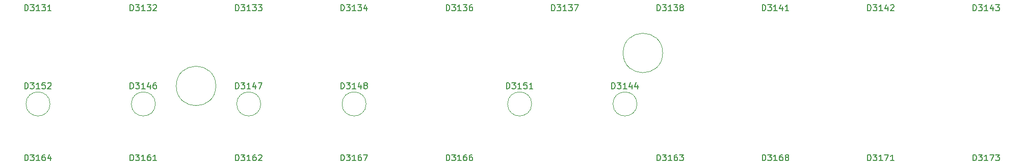
<source format=gto>
G04 #@! TF.GenerationSoftware,KiCad,Pcbnew,(5.1.7)-1*
G04 #@! TF.CreationDate,2022-11-29T22:14:09+01:00*
G04 #@! TF.ProjectId,LED-Mounting-Tool,4c45442d-4d6f-4756-9e74-696e672d546f,rev?*
G04 #@! TF.SameCoordinates,Original*
G04 #@! TF.FileFunction,Legend,Top*
G04 #@! TF.FilePolarity,Positive*
%FSLAX46Y46*%
G04 Gerber Fmt 4.6, Leading zero omitted, Abs format (unit mm)*
G04 Created by KiCad (PCBNEW (5.1.7)-1) date 2022-11-29 22:14:09*
%MOMM*%
%LPD*%
G01*
G04 APERTURE LIST*
%ADD10C,0.120000*%
%ADD11C,0.150000*%
%ADD12C,3.200000*%
G04 APERTURE END LIST*
D10*
X157770000Y-60000000D02*
G75*
G03*
X157770000Y-60000000I-2000000J0D01*
G01*
X140270000Y-60000000D02*
G75*
G03*
X140270000Y-60000000I-2000000J0D01*
G01*
X112770000Y-60000000D02*
G75*
G03*
X112770000Y-60000000I-2000000J0D01*
G01*
X95270000Y-60000000D02*
G75*
G03*
X95270000Y-60000000I-2000000J0D01*
G01*
X77770000Y-60000000D02*
G75*
G03*
X77770000Y-60000000I-2000000J0D01*
G01*
X60270000Y-60000000D02*
G75*
G03*
X60270000Y-60000000I-2000000J0D01*
G01*
X87808237Y-57000000D02*
G75*
G03*
X87808237Y-57000000I-3288237J0D01*
G01*
X162038237Y-51500000D02*
G75*
G03*
X162038237Y-51500000I-3288237J0D01*
G01*
D11*
X136083333Y-57452380D02*
X136083333Y-56452380D01*
X136321428Y-56452380D01*
X136464285Y-56500000D01*
X136559523Y-56595238D01*
X136607142Y-56690476D01*
X136654761Y-56880952D01*
X136654761Y-57023809D01*
X136607142Y-57214285D01*
X136559523Y-57309523D01*
X136464285Y-57404761D01*
X136321428Y-57452380D01*
X136083333Y-57452380D01*
X136988095Y-56452380D02*
X137607142Y-56452380D01*
X137273809Y-56833333D01*
X137416666Y-56833333D01*
X137511904Y-56880952D01*
X137559523Y-56928571D01*
X137607142Y-57023809D01*
X137607142Y-57261904D01*
X137559523Y-57357142D01*
X137511904Y-57404761D01*
X137416666Y-57452380D01*
X137130952Y-57452380D01*
X137035714Y-57404761D01*
X136988095Y-57357142D01*
X138559523Y-57452380D02*
X137988095Y-57452380D01*
X138273809Y-57452380D02*
X138273809Y-56452380D01*
X138178571Y-56595238D01*
X138083333Y-56690476D01*
X137988095Y-56738095D01*
X139464285Y-56452380D02*
X138988095Y-56452380D01*
X138940476Y-56928571D01*
X138988095Y-56880952D01*
X139083333Y-56833333D01*
X139321428Y-56833333D01*
X139416666Y-56880952D01*
X139464285Y-56928571D01*
X139511904Y-57023809D01*
X139511904Y-57261904D01*
X139464285Y-57357142D01*
X139416666Y-57404761D01*
X139321428Y-57452380D01*
X139083333Y-57452380D01*
X138988095Y-57404761D01*
X138940476Y-57357142D01*
X140464285Y-57452380D02*
X139892857Y-57452380D01*
X140178571Y-57452380D02*
X140178571Y-56452380D01*
X140083333Y-56595238D01*
X139988095Y-56690476D01*
X139892857Y-56738095D01*
X153583333Y-57452380D02*
X153583333Y-56452380D01*
X153821428Y-56452380D01*
X153964285Y-56500000D01*
X154059523Y-56595238D01*
X154107142Y-56690476D01*
X154154761Y-56880952D01*
X154154761Y-57023809D01*
X154107142Y-57214285D01*
X154059523Y-57309523D01*
X153964285Y-57404761D01*
X153821428Y-57452380D01*
X153583333Y-57452380D01*
X154488095Y-56452380D02*
X155107142Y-56452380D01*
X154773809Y-56833333D01*
X154916666Y-56833333D01*
X155011904Y-56880952D01*
X155059523Y-56928571D01*
X155107142Y-57023809D01*
X155107142Y-57261904D01*
X155059523Y-57357142D01*
X155011904Y-57404761D01*
X154916666Y-57452380D01*
X154630952Y-57452380D01*
X154535714Y-57404761D01*
X154488095Y-57357142D01*
X156059523Y-57452380D02*
X155488095Y-57452380D01*
X155773809Y-57452380D02*
X155773809Y-56452380D01*
X155678571Y-56595238D01*
X155583333Y-56690476D01*
X155488095Y-56738095D01*
X156916666Y-56785714D02*
X156916666Y-57452380D01*
X156678571Y-56404761D02*
X156440476Y-57119047D01*
X157059523Y-57119047D01*
X157869047Y-56785714D02*
X157869047Y-57452380D01*
X157630952Y-56404761D02*
X157392857Y-57119047D01*
X158011904Y-57119047D01*
X108583333Y-57452380D02*
X108583333Y-56452380D01*
X108821428Y-56452380D01*
X108964285Y-56500000D01*
X109059523Y-56595238D01*
X109107142Y-56690476D01*
X109154761Y-56880952D01*
X109154761Y-57023809D01*
X109107142Y-57214285D01*
X109059523Y-57309523D01*
X108964285Y-57404761D01*
X108821428Y-57452380D01*
X108583333Y-57452380D01*
X109488095Y-56452380D02*
X110107142Y-56452380D01*
X109773809Y-56833333D01*
X109916666Y-56833333D01*
X110011904Y-56880952D01*
X110059523Y-56928571D01*
X110107142Y-57023809D01*
X110107142Y-57261904D01*
X110059523Y-57357142D01*
X110011904Y-57404761D01*
X109916666Y-57452380D01*
X109630952Y-57452380D01*
X109535714Y-57404761D01*
X109488095Y-57357142D01*
X111059523Y-57452380D02*
X110488095Y-57452380D01*
X110773809Y-57452380D02*
X110773809Y-56452380D01*
X110678571Y-56595238D01*
X110583333Y-56690476D01*
X110488095Y-56738095D01*
X111916666Y-56785714D02*
X111916666Y-57452380D01*
X111678571Y-56404761D02*
X111440476Y-57119047D01*
X112059523Y-57119047D01*
X112583333Y-56880952D02*
X112488095Y-56833333D01*
X112440476Y-56785714D01*
X112392857Y-56690476D01*
X112392857Y-56642857D01*
X112440476Y-56547619D01*
X112488095Y-56500000D01*
X112583333Y-56452380D01*
X112773809Y-56452380D01*
X112869047Y-56500000D01*
X112916666Y-56547619D01*
X112964285Y-56642857D01*
X112964285Y-56690476D01*
X112916666Y-56785714D01*
X112869047Y-56833333D01*
X112773809Y-56880952D01*
X112583333Y-56880952D01*
X112488095Y-56928571D01*
X112440476Y-56976190D01*
X112392857Y-57071428D01*
X112392857Y-57261904D01*
X112440476Y-57357142D01*
X112488095Y-57404761D01*
X112583333Y-57452380D01*
X112773809Y-57452380D01*
X112869047Y-57404761D01*
X112916666Y-57357142D01*
X112964285Y-57261904D01*
X112964285Y-57071428D01*
X112916666Y-56976190D01*
X112869047Y-56928571D01*
X112773809Y-56880952D01*
X56083333Y-57452380D02*
X56083333Y-56452380D01*
X56321428Y-56452380D01*
X56464285Y-56500000D01*
X56559523Y-56595238D01*
X56607142Y-56690476D01*
X56654761Y-56880952D01*
X56654761Y-57023809D01*
X56607142Y-57214285D01*
X56559523Y-57309523D01*
X56464285Y-57404761D01*
X56321428Y-57452380D01*
X56083333Y-57452380D01*
X56988095Y-56452380D02*
X57607142Y-56452380D01*
X57273809Y-56833333D01*
X57416666Y-56833333D01*
X57511904Y-56880952D01*
X57559523Y-56928571D01*
X57607142Y-57023809D01*
X57607142Y-57261904D01*
X57559523Y-57357142D01*
X57511904Y-57404761D01*
X57416666Y-57452380D01*
X57130952Y-57452380D01*
X57035714Y-57404761D01*
X56988095Y-57357142D01*
X58559523Y-57452380D02*
X57988095Y-57452380D01*
X58273809Y-57452380D02*
X58273809Y-56452380D01*
X58178571Y-56595238D01*
X58083333Y-56690476D01*
X57988095Y-56738095D01*
X59464285Y-56452380D02*
X58988095Y-56452380D01*
X58940476Y-56928571D01*
X58988095Y-56880952D01*
X59083333Y-56833333D01*
X59321428Y-56833333D01*
X59416666Y-56880952D01*
X59464285Y-56928571D01*
X59511904Y-57023809D01*
X59511904Y-57261904D01*
X59464285Y-57357142D01*
X59416666Y-57404761D01*
X59321428Y-57452380D01*
X59083333Y-57452380D01*
X58988095Y-57404761D01*
X58940476Y-57357142D01*
X59892857Y-56547619D02*
X59940476Y-56500000D01*
X60035714Y-56452380D01*
X60273809Y-56452380D01*
X60369047Y-56500000D01*
X60416666Y-56547619D01*
X60464285Y-56642857D01*
X60464285Y-56738095D01*
X60416666Y-56880952D01*
X59845238Y-57452380D01*
X60464285Y-57452380D01*
X91083333Y-57452380D02*
X91083333Y-56452380D01*
X91321428Y-56452380D01*
X91464285Y-56500000D01*
X91559523Y-56595238D01*
X91607142Y-56690476D01*
X91654761Y-56880952D01*
X91654761Y-57023809D01*
X91607142Y-57214285D01*
X91559523Y-57309523D01*
X91464285Y-57404761D01*
X91321428Y-57452380D01*
X91083333Y-57452380D01*
X91988095Y-56452380D02*
X92607142Y-56452380D01*
X92273809Y-56833333D01*
X92416666Y-56833333D01*
X92511904Y-56880952D01*
X92559523Y-56928571D01*
X92607142Y-57023809D01*
X92607142Y-57261904D01*
X92559523Y-57357142D01*
X92511904Y-57404761D01*
X92416666Y-57452380D01*
X92130952Y-57452380D01*
X92035714Y-57404761D01*
X91988095Y-57357142D01*
X93559523Y-57452380D02*
X92988095Y-57452380D01*
X93273809Y-57452380D02*
X93273809Y-56452380D01*
X93178571Y-56595238D01*
X93083333Y-56690476D01*
X92988095Y-56738095D01*
X94416666Y-56785714D02*
X94416666Y-57452380D01*
X94178571Y-56404761D02*
X93940476Y-57119047D01*
X94559523Y-57119047D01*
X94845238Y-56452380D02*
X95511904Y-56452380D01*
X95083333Y-57452380D01*
X73583333Y-57452380D02*
X73583333Y-56452380D01*
X73821428Y-56452380D01*
X73964285Y-56500000D01*
X74059523Y-56595238D01*
X74107142Y-56690476D01*
X74154761Y-56880952D01*
X74154761Y-57023809D01*
X74107142Y-57214285D01*
X74059523Y-57309523D01*
X73964285Y-57404761D01*
X73821428Y-57452380D01*
X73583333Y-57452380D01*
X74488095Y-56452380D02*
X75107142Y-56452380D01*
X74773809Y-56833333D01*
X74916666Y-56833333D01*
X75011904Y-56880952D01*
X75059523Y-56928571D01*
X75107142Y-57023809D01*
X75107142Y-57261904D01*
X75059523Y-57357142D01*
X75011904Y-57404761D01*
X74916666Y-57452380D01*
X74630952Y-57452380D01*
X74535714Y-57404761D01*
X74488095Y-57357142D01*
X76059523Y-57452380D02*
X75488095Y-57452380D01*
X75773809Y-57452380D02*
X75773809Y-56452380D01*
X75678571Y-56595238D01*
X75583333Y-56690476D01*
X75488095Y-56738095D01*
X76916666Y-56785714D02*
X76916666Y-57452380D01*
X76678571Y-56404761D02*
X76440476Y-57119047D01*
X77059523Y-57119047D01*
X77869047Y-56452380D02*
X77678571Y-56452380D01*
X77583333Y-56500000D01*
X77535714Y-56547619D01*
X77440476Y-56690476D01*
X77392857Y-56880952D01*
X77392857Y-57261904D01*
X77440476Y-57357142D01*
X77488095Y-57404761D01*
X77583333Y-57452380D01*
X77773809Y-57452380D01*
X77869047Y-57404761D01*
X77916666Y-57357142D01*
X77964285Y-57261904D01*
X77964285Y-57023809D01*
X77916666Y-56928571D01*
X77869047Y-56880952D01*
X77773809Y-56833333D01*
X77583333Y-56833333D01*
X77488095Y-56880952D01*
X77440476Y-56928571D01*
X77392857Y-57023809D01*
X213583333Y-69452380D02*
X213583333Y-68452380D01*
X213821428Y-68452380D01*
X213964285Y-68500000D01*
X214059523Y-68595238D01*
X214107142Y-68690476D01*
X214154761Y-68880952D01*
X214154761Y-69023809D01*
X214107142Y-69214285D01*
X214059523Y-69309523D01*
X213964285Y-69404761D01*
X213821428Y-69452380D01*
X213583333Y-69452380D01*
X214488095Y-68452380D02*
X215107142Y-68452380D01*
X214773809Y-68833333D01*
X214916666Y-68833333D01*
X215011904Y-68880952D01*
X215059523Y-68928571D01*
X215107142Y-69023809D01*
X215107142Y-69261904D01*
X215059523Y-69357142D01*
X215011904Y-69404761D01*
X214916666Y-69452380D01*
X214630952Y-69452380D01*
X214535714Y-69404761D01*
X214488095Y-69357142D01*
X216059523Y-69452380D02*
X215488095Y-69452380D01*
X215773809Y-69452380D02*
X215773809Y-68452380D01*
X215678571Y-68595238D01*
X215583333Y-68690476D01*
X215488095Y-68738095D01*
X216392857Y-68452380D02*
X217059523Y-68452380D01*
X216630952Y-69452380D01*
X217345238Y-68452380D02*
X217964285Y-68452380D01*
X217630952Y-68833333D01*
X217773809Y-68833333D01*
X217869047Y-68880952D01*
X217916666Y-68928571D01*
X217964285Y-69023809D01*
X217964285Y-69261904D01*
X217916666Y-69357142D01*
X217869047Y-69404761D01*
X217773809Y-69452380D01*
X217488095Y-69452380D01*
X217392857Y-69404761D01*
X217345238Y-69357142D01*
X56083333Y-69452380D02*
X56083333Y-68452380D01*
X56321428Y-68452380D01*
X56464285Y-68500000D01*
X56559523Y-68595238D01*
X56607142Y-68690476D01*
X56654761Y-68880952D01*
X56654761Y-69023809D01*
X56607142Y-69214285D01*
X56559523Y-69309523D01*
X56464285Y-69404761D01*
X56321428Y-69452380D01*
X56083333Y-69452380D01*
X56988095Y-68452380D02*
X57607142Y-68452380D01*
X57273809Y-68833333D01*
X57416666Y-68833333D01*
X57511904Y-68880952D01*
X57559523Y-68928571D01*
X57607142Y-69023809D01*
X57607142Y-69261904D01*
X57559523Y-69357142D01*
X57511904Y-69404761D01*
X57416666Y-69452380D01*
X57130952Y-69452380D01*
X57035714Y-69404761D01*
X56988095Y-69357142D01*
X58559523Y-69452380D02*
X57988095Y-69452380D01*
X58273809Y-69452380D02*
X58273809Y-68452380D01*
X58178571Y-68595238D01*
X58083333Y-68690476D01*
X57988095Y-68738095D01*
X59416666Y-68452380D02*
X59226190Y-68452380D01*
X59130952Y-68500000D01*
X59083333Y-68547619D01*
X58988095Y-68690476D01*
X58940476Y-68880952D01*
X58940476Y-69261904D01*
X58988095Y-69357142D01*
X59035714Y-69404761D01*
X59130952Y-69452380D01*
X59321428Y-69452380D01*
X59416666Y-69404761D01*
X59464285Y-69357142D01*
X59511904Y-69261904D01*
X59511904Y-69023809D01*
X59464285Y-68928571D01*
X59416666Y-68880952D01*
X59321428Y-68833333D01*
X59130952Y-68833333D01*
X59035714Y-68880952D01*
X58988095Y-68928571D01*
X58940476Y-69023809D01*
X60369047Y-68785714D02*
X60369047Y-69452380D01*
X60130952Y-68404761D02*
X59892857Y-69119047D01*
X60511904Y-69119047D01*
X73583333Y-69452380D02*
X73583333Y-68452380D01*
X73821428Y-68452380D01*
X73964285Y-68500000D01*
X74059523Y-68595238D01*
X74107142Y-68690476D01*
X74154761Y-68880952D01*
X74154761Y-69023809D01*
X74107142Y-69214285D01*
X74059523Y-69309523D01*
X73964285Y-69404761D01*
X73821428Y-69452380D01*
X73583333Y-69452380D01*
X74488095Y-68452380D02*
X75107142Y-68452380D01*
X74773809Y-68833333D01*
X74916666Y-68833333D01*
X75011904Y-68880952D01*
X75059523Y-68928571D01*
X75107142Y-69023809D01*
X75107142Y-69261904D01*
X75059523Y-69357142D01*
X75011904Y-69404761D01*
X74916666Y-69452380D01*
X74630952Y-69452380D01*
X74535714Y-69404761D01*
X74488095Y-69357142D01*
X76059523Y-69452380D02*
X75488095Y-69452380D01*
X75773809Y-69452380D02*
X75773809Y-68452380D01*
X75678571Y-68595238D01*
X75583333Y-68690476D01*
X75488095Y-68738095D01*
X76916666Y-68452380D02*
X76726190Y-68452380D01*
X76630952Y-68500000D01*
X76583333Y-68547619D01*
X76488095Y-68690476D01*
X76440476Y-68880952D01*
X76440476Y-69261904D01*
X76488095Y-69357142D01*
X76535714Y-69404761D01*
X76630952Y-69452380D01*
X76821428Y-69452380D01*
X76916666Y-69404761D01*
X76964285Y-69357142D01*
X77011904Y-69261904D01*
X77011904Y-69023809D01*
X76964285Y-68928571D01*
X76916666Y-68880952D01*
X76821428Y-68833333D01*
X76630952Y-68833333D01*
X76535714Y-68880952D01*
X76488095Y-68928571D01*
X76440476Y-69023809D01*
X77964285Y-69452380D02*
X77392857Y-69452380D01*
X77678571Y-69452380D02*
X77678571Y-68452380D01*
X77583333Y-68595238D01*
X77488095Y-68690476D01*
X77392857Y-68738095D01*
X91083333Y-69452380D02*
X91083333Y-68452380D01*
X91321428Y-68452380D01*
X91464285Y-68500000D01*
X91559523Y-68595238D01*
X91607142Y-68690476D01*
X91654761Y-68880952D01*
X91654761Y-69023809D01*
X91607142Y-69214285D01*
X91559523Y-69309523D01*
X91464285Y-69404761D01*
X91321428Y-69452380D01*
X91083333Y-69452380D01*
X91988095Y-68452380D02*
X92607142Y-68452380D01*
X92273809Y-68833333D01*
X92416666Y-68833333D01*
X92511904Y-68880952D01*
X92559523Y-68928571D01*
X92607142Y-69023809D01*
X92607142Y-69261904D01*
X92559523Y-69357142D01*
X92511904Y-69404761D01*
X92416666Y-69452380D01*
X92130952Y-69452380D01*
X92035714Y-69404761D01*
X91988095Y-69357142D01*
X93559523Y-69452380D02*
X92988095Y-69452380D01*
X93273809Y-69452380D02*
X93273809Y-68452380D01*
X93178571Y-68595238D01*
X93083333Y-68690476D01*
X92988095Y-68738095D01*
X94416666Y-68452380D02*
X94226190Y-68452380D01*
X94130952Y-68500000D01*
X94083333Y-68547619D01*
X93988095Y-68690476D01*
X93940476Y-68880952D01*
X93940476Y-69261904D01*
X93988095Y-69357142D01*
X94035714Y-69404761D01*
X94130952Y-69452380D01*
X94321428Y-69452380D01*
X94416666Y-69404761D01*
X94464285Y-69357142D01*
X94511904Y-69261904D01*
X94511904Y-69023809D01*
X94464285Y-68928571D01*
X94416666Y-68880952D01*
X94321428Y-68833333D01*
X94130952Y-68833333D01*
X94035714Y-68880952D01*
X93988095Y-68928571D01*
X93940476Y-69023809D01*
X94892857Y-68547619D02*
X94940476Y-68500000D01*
X95035714Y-68452380D01*
X95273809Y-68452380D01*
X95369047Y-68500000D01*
X95416666Y-68547619D01*
X95464285Y-68642857D01*
X95464285Y-68738095D01*
X95416666Y-68880952D01*
X94845238Y-69452380D01*
X95464285Y-69452380D01*
X108583333Y-69452380D02*
X108583333Y-68452380D01*
X108821428Y-68452380D01*
X108964285Y-68500000D01*
X109059523Y-68595238D01*
X109107142Y-68690476D01*
X109154761Y-68880952D01*
X109154761Y-69023809D01*
X109107142Y-69214285D01*
X109059523Y-69309523D01*
X108964285Y-69404761D01*
X108821428Y-69452380D01*
X108583333Y-69452380D01*
X109488095Y-68452380D02*
X110107142Y-68452380D01*
X109773809Y-68833333D01*
X109916666Y-68833333D01*
X110011904Y-68880952D01*
X110059523Y-68928571D01*
X110107142Y-69023809D01*
X110107142Y-69261904D01*
X110059523Y-69357142D01*
X110011904Y-69404761D01*
X109916666Y-69452380D01*
X109630952Y-69452380D01*
X109535714Y-69404761D01*
X109488095Y-69357142D01*
X111059523Y-69452380D02*
X110488095Y-69452380D01*
X110773809Y-69452380D02*
X110773809Y-68452380D01*
X110678571Y-68595238D01*
X110583333Y-68690476D01*
X110488095Y-68738095D01*
X111916666Y-68452380D02*
X111726190Y-68452380D01*
X111630952Y-68500000D01*
X111583333Y-68547619D01*
X111488095Y-68690476D01*
X111440476Y-68880952D01*
X111440476Y-69261904D01*
X111488095Y-69357142D01*
X111535714Y-69404761D01*
X111630952Y-69452380D01*
X111821428Y-69452380D01*
X111916666Y-69404761D01*
X111964285Y-69357142D01*
X112011904Y-69261904D01*
X112011904Y-69023809D01*
X111964285Y-68928571D01*
X111916666Y-68880952D01*
X111821428Y-68833333D01*
X111630952Y-68833333D01*
X111535714Y-68880952D01*
X111488095Y-68928571D01*
X111440476Y-69023809D01*
X112345238Y-68452380D02*
X113011904Y-68452380D01*
X112583333Y-69452380D01*
X126083333Y-69452380D02*
X126083333Y-68452380D01*
X126321428Y-68452380D01*
X126464285Y-68500000D01*
X126559523Y-68595238D01*
X126607142Y-68690476D01*
X126654761Y-68880952D01*
X126654761Y-69023809D01*
X126607142Y-69214285D01*
X126559523Y-69309523D01*
X126464285Y-69404761D01*
X126321428Y-69452380D01*
X126083333Y-69452380D01*
X126988095Y-68452380D02*
X127607142Y-68452380D01*
X127273809Y-68833333D01*
X127416666Y-68833333D01*
X127511904Y-68880952D01*
X127559523Y-68928571D01*
X127607142Y-69023809D01*
X127607142Y-69261904D01*
X127559523Y-69357142D01*
X127511904Y-69404761D01*
X127416666Y-69452380D01*
X127130952Y-69452380D01*
X127035714Y-69404761D01*
X126988095Y-69357142D01*
X128559523Y-69452380D02*
X127988095Y-69452380D01*
X128273809Y-69452380D02*
X128273809Y-68452380D01*
X128178571Y-68595238D01*
X128083333Y-68690476D01*
X127988095Y-68738095D01*
X129416666Y-68452380D02*
X129226190Y-68452380D01*
X129130952Y-68500000D01*
X129083333Y-68547619D01*
X128988095Y-68690476D01*
X128940476Y-68880952D01*
X128940476Y-69261904D01*
X128988095Y-69357142D01*
X129035714Y-69404761D01*
X129130952Y-69452380D01*
X129321428Y-69452380D01*
X129416666Y-69404761D01*
X129464285Y-69357142D01*
X129511904Y-69261904D01*
X129511904Y-69023809D01*
X129464285Y-68928571D01*
X129416666Y-68880952D01*
X129321428Y-68833333D01*
X129130952Y-68833333D01*
X129035714Y-68880952D01*
X128988095Y-68928571D01*
X128940476Y-69023809D01*
X130369047Y-68452380D02*
X130178571Y-68452380D01*
X130083333Y-68500000D01*
X130035714Y-68547619D01*
X129940476Y-68690476D01*
X129892857Y-68880952D01*
X129892857Y-69261904D01*
X129940476Y-69357142D01*
X129988095Y-69404761D01*
X130083333Y-69452380D01*
X130273809Y-69452380D01*
X130369047Y-69404761D01*
X130416666Y-69357142D01*
X130464285Y-69261904D01*
X130464285Y-69023809D01*
X130416666Y-68928571D01*
X130369047Y-68880952D01*
X130273809Y-68833333D01*
X130083333Y-68833333D01*
X129988095Y-68880952D01*
X129940476Y-68928571D01*
X129892857Y-69023809D01*
X161083333Y-69452380D02*
X161083333Y-68452380D01*
X161321428Y-68452380D01*
X161464285Y-68500000D01*
X161559523Y-68595238D01*
X161607142Y-68690476D01*
X161654761Y-68880952D01*
X161654761Y-69023809D01*
X161607142Y-69214285D01*
X161559523Y-69309523D01*
X161464285Y-69404761D01*
X161321428Y-69452380D01*
X161083333Y-69452380D01*
X161988095Y-68452380D02*
X162607142Y-68452380D01*
X162273809Y-68833333D01*
X162416666Y-68833333D01*
X162511904Y-68880952D01*
X162559523Y-68928571D01*
X162607142Y-69023809D01*
X162607142Y-69261904D01*
X162559523Y-69357142D01*
X162511904Y-69404761D01*
X162416666Y-69452380D01*
X162130952Y-69452380D01*
X162035714Y-69404761D01*
X161988095Y-69357142D01*
X163559523Y-69452380D02*
X162988095Y-69452380D01*
X163273809Y-69452380D02*
X163273809Y-68452380D01*
X163178571Y-68595238D01*
X163083333Y-68690476D01*
X162988095Y-68738095D01*
X164416666Y-68452380D02*
X164226190Y-68452380D01*
X164130952Y-68500000D01*
X164083333Y-68547619D01*
X163988095Y-68690476D01*
X163940476Y-68880952D01*
X163940476Y-69261904D01*
X163988095Y-69357142D01*
X164035714Y-69404761D01*
X164130952Y-69452380D01*
X164321428Y-69452380D01*
X164416666Y-69404761D01*
X164464285Y-69357142D01*
X164511904Y-69261904D01*
X164511904Y-69023809D01*
X164464285Y-68928571D01*
X164416666Y-68880952D01*
X164321428Y-68833333D01*
X164130952Y-68833333D01*
X164035714Y-68880952D01*
X163988095Y-68928571D01*
X163940476Y-69023809D01*
X164845238Y-68452380D02*
X165464285Y-68452380D01*
X165130952Y-68833333D01*
X165273809Y-68833333D01*
X165369047Y-68880952D01*
X165416666Y-68928571D01*
X165464285Y-69023809D01*
X165464285Y-69261904D01*
X165416666Y-69357142D01*
X165369047Y-69404761D01*
X165273809Y-69452380D01*
X164988095Y-69452380D01*
X164892857Y-69404761D01*
X164845238Y-69357142D01*
X178583333Y-69452380D02*
X178583333Y-68452380D01*
X178821428Y-68452380D01*
X178964285Y-68500000D01*
X179059523Y-68595238D01*
X179107142Y-68690476D01*
X179154761Y-68880952D01*
X179154761Y-69023809D01*
X179107142Y-69214285D01*
X179059523Y-69309523D01*
X178964285Y-69404761D01*
X178821428Y-69452380D01*
X178583333Y-69452380D01*
X179488095Y-68452380D02*
X180107142Y-68452380D01*
X179773809Y-68833333D01*
X179916666Y-68833333D01*
X180011904Y-68880952D01*
X180059523Y-68928571D01*
X180107142Y-69023809D01*
X180107142Y-69261904D01*
X180059523Y-69357142D01*
X180011904Y-69404761D01*
X179916666Y-69452380D01*
X179630952Y-69452380D01*
X179535714Y-69404761D01*
X179488095Y-69357142D01*
X181059523Y-69452380D02*
X180488095Y-69452380D01*
X180773809Y-69452380D02*
X180773809Y-68452380D01*
X180678571Y-68595238D01*
X180583333Y-68690476D01*
X180488095Y-68738095D01*
X181916666Y-68452380D02*
X181726190Y-68452380D01*
X181630952Y-68500000D01*
X181583333Y-68547619D01*
X181488095Y-68690476D01*
X181440476Y-68880952D01*
X181440476Y-69261904D01*
X181488095Y-69357142D01*
X181535714Y-69404761D01*
X181630952Y-69452380D01*
X181821428Y-69452380D01*
X181916666Y-69404761D01*
X181964285Y-69357142D01*
X182011904Y-69261904D01*
X182011904Y-69023809D01*
X181964285Y-68928571D01*
X181916666Y-68880952D01*
X181821428Y-68833333D01*
X181630952Y-68833333D01*
X181535714Y-68880952D01*
X181488095Y-68928571D01*
X181440476Y-69023809D01*
X182583333Y-68880952D02*
X182488095Y-68833333D01*
X182440476Y-68785714D01*
X182392857Y-68690476D01*
X182392857Y-68642857D01*
X182440476Y-68547619D01*
X182488095Y-68500000D01*
X182583333Y-68452380D01*
X182773809Y-68452380D01*
X182869047Y-68500000D01*
X182916666Y-68547619D01*
X182964285Y-68642857D01*
X182964285Y-68690476D01*
X182916666Y-68785714D01*
X182869047Y-68833333D01*
X182773809Y-68880952D01*
X182583333Y-68880952D01*
X182488095Y-68928571D01*
X182440476Y-68976190D01*
X182392857Y-69071428D01*
X182392857Y-69261904D01*
X182440476Y-69357142D01*
X182488095Y-69404761D01*
X182583333Y-69452380D01*
X182773809Y-69452380D01*
X182869047Y-69404761D01*
X182916666Y-69357142D01*
X182964285Y-69261904D01*
X182964285Y-69071428D01*
X182916666Y-68976190D01*
X182869047Y-68928571D01*
X182773809Y-68880952D01*
X196083333Y-69452380D02*
X196083333Y-68452380D01*
X196321428Y-68452380D01*
X196464285Y-68500000D01*
X196559523Y-68595238D01*
X196607142Y-68690476D01*
X196654761Y-68880952D01*
X196654761Y-69023809D01*
X196607142Y-69214285D01*
X196559523Y-69309523D01*
X196464285Y-69404761D01*
X196321428Y-69452380D01*
X196083333Y-69452380D01*
X196988095Y-68452380D02*
X197607142Y-68452380D01*
X197273809Y-68833333D01*
X197416666Y-68833333D01*
X197511904Y-68880952D01*
X197559523Y-68928571D01*
X197607142Y-69023809D01*
X197607142Y-69261904D01*
X197559523Y-69357142D01*
X197511904Y-69404761D01*
X197416666Y-69452380D01*
X197130952Y-69452380D01*
X197035714Y-69404761D01*
X196988095Y-69357142D01*
X198559523Y-69452380D02*
X197988095Y-69452380D01*
X198273809Y-69452380D02*
X198273809Y-68452380D01*
X198178571Y-68595238D01*
X198083333Y-68690476D01*
X197988095Y-68738095D01*
X198892857Y-68452380D02*
X199559523Y-68452380D01*
X199130952Y-69452380D01*
X200464285Y-69452380D02*
X199892857Y-69452380D01*
X200178571Y-69452380D02*
X200178571Y-68452380D01*
X200083333Y-68595238D01*
X199988095Y-68690476D01*
X199892857Y-68738095D01*
X213583333Y-44452380D02*
X213583333Y-43452380D01*
X213821428Y-43452380D01*
X213964285Y-43500000D01*
X214059523Y-43595238D01*
X214107142Y-43690476D01*
X214154761Y-43880952D01*
X214154761Y-44023809D01*
X214107142Y-44214285D01*
X214059523Y-44309523D01*
X213964285Y-44404761D01*
X213821428Y-44452380D01*
X213583333Y-44452380D01*
X214488095Y-43452380D02*
X215107142Y-43452380D01*
X214773809Y-43833333D01*
X214916666Y-43833333D01*
X215011904Y-43880952D01*
X215059523Y-43928571D01*
X215107142Y-44023809D01*
X215107142Y-44261904D01*
X215059523Y-44357142D01*
X215011904Y-44404761D01*
X214916666Y-44452380D01*
X214630952Y-44452380D01*
X214535714Y-44404761D01*
X214488095Y-44357142D01*
X216059523Y-44452380D02*
X215488095Y-44452380D01*
X215773809Y-44452380D02*
X215773809Y-43452380D01*
X215678571Y-43595238D01*
X215583333Y-43690476D01*
X215488095Y-43738095D01*
X216916666Y-43785714D02*
X216916666Y-44452380D01*
X216678571Y-43404761D02*
X216440476Y-44119047D01*
X217059523Y-44119047D01*
X217345238Y-43452380D02*
X217964285Y-43452380D01*
X217630952Y-43833333D01*
X217773809Y-43833333D01*
X217869047Y-43880952D01*
X217916666Y-43928571D01*
X217964285Y-44023809D01*
X217964285Y-44261904D01*
X217916666Y-44357142D01*
X217869047Y-44404761D01*
X217773809Y-44452380D01*
X217488095Y-44452380D01*
X217392857Y-44404761D01*
X217345238Y-44357142D01*
X56083333Y-44452380D02*
X56083333Y-43452380D01*
X56321428Y-43452380D01*
X56464285Y-43500000D01*
X56559523Y-43595238D01*
X56607142Y-43690476D01*
X56654761Y-43880952D01*
X56654761Y-44023809D01*
X56607142Y-44214285D01*
X56559523Y-44309523D01*
X56464285Y-44404761D01*
X56321428Y-44452380D01*
X56083333Y-44452380D01*
X56988095Y-43452380D02*
X57607142Y-43452380D01*
X57273809Y-43833333D01*
X57416666Y-43833333D01*
X57511904Y-43880952D01*
X57559523Y-43928571D01*
X57607142Y-44023809D01*
X57607142Y-44261904D01*
X57559523Y-44357142D01*
X57511904Y-44404761D01*
X57416666Y-44452380D01*
X57130952Y-44452380D01*
X57035714Y-44404761D01*
X56988095Y-44357142D01*
X58559523Y-44452380D02*
X57988095Y-44452380D01*
X58273809Y-44452380D02*
X58273809Y-43452380D01*
X58178571Y-43595238D01*
X58083333Y-43690476D01*
X57988095Y-43738095D01*
X58892857Y-43452380D02*
X59511904Y-43452380D01*
X59178571Y-43833333D01*
X59321428Y-43833333D01*
X59416666Y-43880952D01*
X59464285Y-43928571D01*
X59511904Y-44023809D01*
X59511904Y-44261904D01*
X59464285Y-44357142D01*
X59416666Y-44404761D01*
X59321428Y-44452380D01*
X59035714Y-44452380D01*
X58940476Y-44404761D01*
X58892857Y-44357142D01*
X60464285Y-44452380D02*
X59892857Y-44452380D01*
X60178571Y-44452380D02*
X60178571Y-43452380D01*
X60083333Y-43595238D01*
X59988095Y-43690476D01*
X59892857Y-43738095D01*
X73583333Y-44452380D02*
X73583333Y-43452380D01*
X73821428Y-43452380D01*
X73964285Y-43500000D01*
X74059523Y-43595238D01*
X74107142Y-43690476D01*
X74154761Y-43880952D01*
X74154761Y-44023809D01*
X74107142Y-44214285D01*
X74059523Y-44309523D01*
X73964285Y-44404761D01*
X73821428Y-44452380D01*
X73583333Y-44452380D01*
X74488095Y-43452380D02*
X75107142Y-43452380D01*
X74773809Y-43833333D01*
X74916666Y-43833333D01*
X75011904Y-43880952D01*
X75059523Y-43928571D01*
X75107142Y-44023809D01*
X75107142Y-44261904D01*
X75059523Y-44357142D01*
X75011904Y-44404761D01*
X74916666Y-44452380D01*
X74630952Y-44452380D01*
X74535714Y-44404761D01*
X74488095Y-44357142D01*
X76059523Y-44452380D02*
X75488095Y-44452380D01*
X75773809Y-44452380D02*
X75773809Y-43452380D01*
X75678571Y-43595238D01*
X75583333Y-43690476D01*
X75488095Y-43738095D01*
X76392857Y-43452380D02*
X77011904Y-43452380D01*
X76678571Y-43833333D01*
X76821428Y-43833333D01*
X76916666Y-43880952D01*
X76964285Y-43928571D01*
X77011904Y-44023809D01*
X77011904Y-44261904D01*
X76964285Y-44357142D01*
X76916666Y-44404761D01*
X76821428Y-44452380D01*
X76535714Y-44452380D01*
X76440476Y-44404761D01*
X76392857Y-44357142D01*
X77392857Y-43547619D02*
X77440476Y-43500000D01*
X77535714Y-43452380D01*
X77773809Y-43452380D01*
X77869047Y-43500000D01*
X77916666Y-43547619D01*
X77964285Y-43642857D01*
X77964285Y-43738095D01*
X77916666Y-43880952D01*
X77345238Y-44452380D01*
X77964285Y-44452380D01*
X91083333Y-44452380D02*
X91083333Y-43452380D01*
X91321428Y-43452380D01*
X91464285Y-43500000D01*
X91559523Y-43595238D01*
X91607142Y-43690476D01*
X91654761Y-43880952D01*
X91654761Y-44023809D01*
X91607142Y-44214285D01*
X91559523Y-44309523D01*
X91464285Y-44404761D01*
X91321428Y-44452380D01*
X91083333Y-44452380D01*
X91988095Y-43452380D02*
X92607142Y-43452380D01*
X92273809Y-43833333D01*
X92416666Y-43833333D01*
X92511904Y-43880952D01*
X92559523Y-43928571D01*
X92607142Y-44023809D01*
X92607142Y-44261904D01*
X92559523Y-44357142D01*
X92511904Y-44404761D01*
X92416666Y-44452380D01*
X92130952Y-44452380D01*
X92035714Y-44404761D01*
X91988095Y-44357142D01*
X93559523Y-44452380D02*
X92988095Y-44452380D01*
X93273809Y-44452380D02*
X93273809Y-43452380D01*
X93178571Y-43595238D01*
X93083333Y-43690476D01*
X92988095Y-43738095D01*
X93892857Y-43452380D02*
X94511904Y-43452380D01*
X94178571Y-43833333D01*
X94321428Y-43833333D01*
X94416666Y-43880952D01*
X94464285Y-43928571D01*
X94511904Y-44023809D01*
X94511904Y-44261904D01*
X94464285Y-44357142D01*
X94416666Y-44404761D01*
X94321428Y-44452380D01*
X94035714Y-44452380D01*
X93940476Y-44404761D01*
X93892857Y-44357142D01*
X94845238Y-43452380D02*
X95464285Y-43452380D01*
X95130952Y-43833333D01*
X95273809Y-43833333D01*
X95369047Y-43880952D01*
X95416666Y-43928571D01*
X95464285Y-44023809D01*
X95464285Y-44261904D01*
X95416666Y-44357142D01*
X95369047Y-44404761D01*
X95273809Y-44452380D01*
X94988095Y-44452380D01*
X94892857Y-44404761D01*
X94845238Y-44357142D01*
X108583333Y-44452380D02*
X108583333Y-43452380D01*
X108821428Y-43452380D01*
X108964285Y-43500000D01*
X109059523Y-43595238D01*
X109107142Y-43690476D01*
X109154761Y-43880952D01*
X109154761Y-44023809D01*
X109107142Y-44214285D01*
X109059523Y-44309523D01*
X108964285Y-44404761D01*
X108821428Y-44452380D01*
X108583333Y-44452380D01*
X109488095Y-43452380D02*
X110107142Y-43452380D01*
X109773809Y-43833333D01*
X109916666Y-43833333D01*
X110011904Y-43880952D01*
X110059523Y-43928571D01*
X110107142Y-44023809D01*
X110107142Y-44261904D01*
X110059523Y-44357142D01*
X110011904Y-44404761D01*
X109916666Y-44452380D01*
X109630952Y-44452380D01*
X109535714Y-44404761D01*
X109488095Y-44357142D01*
X111059523Y-44452380D02*
X110488095Y-44452380D01*
X110773809Y-44452380D02*
X110773809Y-43452380D01*
X110678571Y-43595238D01*
X110583333Y-43690476D01*
X110488095Y-43738095D01*
X111392857Y-43452380D02*
X112011904Y-43452380D01*
X111678571Y-43833333D01*
X111821428Y-43833333D01*
X111916666Y-43880952D01*
X111964285Y-43928571D01*
X112011904Y-44023809D01*
X112011904Y-44261904D01*
X111964285Y-44357142D01*
X111916666Y-44404761D01*
X111821428Y-44452380D01*
X111535714Y-44452380D01*
X111440476Y-44404761D01*
X111392857Y-44357142D01*
X112869047Y-43785714D02*
X112869047Y-44452380D01*
X112630952Y-43404761D02*
X112392857Y-44119047D01*
X113011904Y-44119047D01*
X126083333Y-44452380D02*
X126083333Y-43452380D01*
X126321428Y-43452380D01*
X126464285Y-43500000D01*
X126559523Y-43595238D01*
X126607142Y-43690476D01*
X126654761Y-43880952D01*
X126654761Y-44023809D01*
X126607142Y-44214285D01*
X126559523Y-44309523D01*
X126464285Y-44404761D01*
X126321428Y-44452380D01*
X126083333Y-44452380D01*
X126988095Y-43452380D02*
X127607142Y-43452380D01*
X127273809Y-43833333D01*
X127416666Y-43833333D01*
X127511904Y-43880952D01*
X127559523Y-43928571D01*
X127607142Y-44023809D01*
X127607142Y-44261904D01*
X127559523Y-44357142D01*
X127511904Y-44404761D01*
X127416666Y-44452380D01*
X127130952Y-44452380D01*
X127035714Y-44404761D01*
X126988095Y-44357142D01*
X128559523Y-44452380D02*
X127988095Y-44452380D01*
X128273809Y-44452380D02*
X128273809Y-43452380D01*
X128178571Y-43595238D01*
X128083333Y-43690476D01*
X127988095Y-43738095D01*
X128892857Y-43452380D02*
X129511904Y-43452380D01*
X129178571Y-43833333D01*
X129321428Y-43833333D01*
X129416666Y-43880952D01*
X129464285Y-43928571D01*
X129511904Y-44023809D01*
X129511904Y-44261904D01*
X129464285Y-44357142D01*
X129416666Y-44404761D01*
X129321428Y-44452380D01*
X129035714Y-44452380D01*
X128940476Y-44404761D01*
X128892857Y-44357142D01*
X130369047Y-43452380D02*
X130178571Y-43452380D01*
X130083333Y-43500000D01*
X130035714Y-43547619D01*
X129940476Y-43690476D01*
X129892857Y-43880952D01*
X129892857Y-44261904D01*
X129940476Y-44357142D01*
X129988095Y-44404761D01*
X130083333Y-44452380D01*
X130273809Y-44452380D01*
X130369047Y-44404761D01*
X130416666Y-44357142D01*
X130464285Y-44261904D01*
X130464285Y-44023809D01*
X130416666Y-43928571D01*
X130369047Y-43880952D01*
X130273809Y-43833333D01*
X130083333Y-43833333D01*
X129988095Y-43880952D01*
X129940476Y-43928571D01*
X129892857Y-44023809D01*
X196083333Y-44452380D02*
X196083333Y-43452380D01*
X196321428Y-43452380D01*
X196464285Y-43500000D01*
X196559523Y-43595238D01*
X196607142Y-43690476D01*
X196654761Y-43880952D01*
X196654761Y-44023809D01*
X196607142Y-44214285D01*
X196559523Y-44309523D01*
X196464285Y-44404761D01*
X196321428Y-44452380D01*
X196083333Y-44452380D01*
X196988095Y-43452380D02*
X197607142Y-43452380D01*
X197273809Y-43833333D01*
X197416666Y-43833333D01*
X197511904Y-43880952D01*
X197559523Y-43928571D01*
X197607142Y-44023809D01*
X197607142Y-44261904D01*
X197559523Y-44357142D01*
X197511904Y-44404761D01*
X197416666Y-44452380D01*
X197130952Y-44452380D01*
X197035714Y-44404761D01*
X196988095Y-44357142D01*
X198559523Y-44452380D02*
X197988095Y-44452380D01*
X198273809Y-44452380D02*
X198273809Y-43452380D01*
X198178571Y-43595238D01*
X198083333Y-43690476D01*
X197988095Y-43738095D01*
X199416666Y-43785714D02*
X199416666Y-44452380D01*
X199178571Y-43404761D02*
X198940476Y-44119047D01*
X199559523Y-44119047D01*
X199892857Y-43547619D02*
X199940476Y-43500000D01*
X200035714Y-43452380D01*
X200273809Y-43452380D01*
X200369047Y-43500000D01*
X200416666Y-43547619D01*
X200464285Y-43642857D01*
X200464285Y-43738095D01*
X200416666Y-43880952D01*
X199845238Y-44452380D01*
X200464285Y-44452380D01*
X178583333Y-44452380D02*
X178583333Y-43452380D01*
X178821428Y-43452380D01*
X178964285Y-43500000D01*
X179059523Y-43595238D01*
X179107142Y-43690476D01*
X179154761Y-43880952D01*
X179154761Y-44023809D01*
X179107142Y-44214285D01*
X179059523Y-44309523D01*
X178964285Y-44404761D01*
X178821428Y-44452380D01*
X178583333Y-44452380D01*
X179488095Y-43452380D02*
X180107142Y-43452380D01*
X179773809Y-43833333D01*
X179916666Y-43833333D01*
X180011904Y-43880952D01*
X180059523Y-43928571D01*
X180107142Y-44023809D01*
X180107142Y-44261904D01*
X180059523Y-44357142D01*
X180011904Y-44404761D01*
X179916666Y-44452380D01*
X179630952Y-44452380D01*
X179535714Y-44404761D01*
X179488095Y-44357142D01*
X181059523Y-44452380D02*
X180488095Y-44452380D01*
X180773809Y-44452380D02*
X180773809Y-43452380D01*
X180678571Y-43595238D01*
X180583333Y-43690476D01*
X180488095Y-43738095D01*
X181916666Y-43785714D02*
X181916666Y-44452380D01*
X181678571Y-43404761D02*
X181440476Y-44119047D01*
X182059523Y-44119047D01*
X182964285Y-44452380D02*
X182392857Y-44452380D01*
X182678571Y-44452380D02*
X182678571Y-43452380D01*
X182583333Y-43595238D01*
X182488095Y-43690476D01*
X182392857Y-43738095D01*
X161083333Y-44452380D02*
X161083333Y-43452380D01*
X161321428Y-43452380D01*
X161464285Y-43500000D01*
X161559523Y-43595238D01*
X161607142Y-43690476D01*
X161654761Y-43880952D01*
X161654761Y-44023809D01*
X161607142Y-44214285D01*
X161559523Y-44309523D01*
X161464285Y-44404761D01*
X161321428Y-44452380D01*
X161083333Y-44452380D01*
X161988095Y-43452380D02*
X162607142Y-43452380D01*
X162273809Y-43833333D01*
X162416666Y-43833333D01*
X162511904Y-43880952D01*
X162559523Y-43928571D01*
X162607142Y-44023809D01*
X162607142Y-44261904D01*
X162559523Y-44357142D01*
X162511904Y-44404761D01*
X162416666Y-44452380D01*
X162130952Y-44452380D01*
X162035714Y-44404761D01*
X161988095Y-44357142D01*
X163559523Y-44452380D02*
X162988095Y-44452380D01*
X163273809Y-44452380D02*
X163273809Y-43452380D01*
X163178571Y-43595238D01*
X163083333Y-43690476D01*
X162988095Y-43738095D01*
X163892857Y-43452380D02*
X164511904Y-43452380D01*
X164178571Y-43833333D01*
X164321428Y-43833333D01*
X164416666Y-43880952D01*
X164464285Y-43928571D01*
X164511904Y-44023809D01*
X164511904Y-44261904D01*
X164464285Y-44357142D01*
X164416666Y-44404761D01*
X164321428Y-44452380D01*
X164035714Y-44452380D01*
X163940476Y-44404761D01*
X163892857Y-44357142D01*
X165083333Y-43880952D02*
X164988095Y-43833333D01*
X164940476Y-43785714D01*
X164892857Y-43690476D01*
X164892857Y-43642857D01*
X164940476Y-43547619D01*
X164988095Y-43500000D01*
X165083333Y-43452380D01*
X165273809Y-43452380D01*
X165369047Y-43500000D01*
X165416666Y-43547619D01*
X165464285Y-43642857D01*
X165464285Y-43690476D01*
X165416666Y-43785714D01*
X165369047Y-43833333D01*
X165273809Y-43880952D01*
X165083333Y-43880952D01*
X164988095Y-43928571D01*
X164940476Y-43976190D01*
X164892857Y-44071428D01*
X164892857Y-44261904D01*
X164940476Y-44357142D01*
X164988095Y-44404761D01*
X165083333Y-44452380D01*
X165273809Y-44452380D01*
X165369047Y-44404761D01*
X165416666Y-44357142D01*
X165464285Y-44261904D01*
X165464285Y-44071428D01*
X165416666Y-43976190D01*
X165369047Y-43928571D01*
X165273809Y-43880952D01*
X143583333Y-44452380D02*
X143583333Y-43452380D01*
X143821428Y-43452380D01*
X143964285Y-43500000D01*
X144059523Y-43595238D01*
X144107142Y-43690476D01*
X144154761Y-43880952D01*
X144154761Y-44023809D01*
X144107142Y-44214285D01*
X144059523Y-44309523D01*
X143964285Y-44404761D01*
X143821428Y-44452380D01*
X143583333Y-44452380D01*
X144488095Y-43452380D02*
X145107142Y-43452380D01*
X144773809Y-43833333D01*
X144916666Y-43833333D01*
X145011904Y-43880952D01*
X145059523Y-43928571D01*
X145107142Y-44023809D01*
X145107142Y-44261904D01*
X145059523Y-44357142D01*
X145011904Y-44404761D01*
X144916666Y-44452380D01*
X144630952Y-44452380D01*
X144535714Y-44404761D01*
X144488095Y-44357142D01*
X146059523Y-44452380D02*
X145488095Y-44452380D01*
X145773809Y-44452380D02*
X145773809Y-43452380D01*
X145678571Y-43595238D01*
X145583333Y-43690476D01*
X145488095Y-43738095D01*
X146392857Y-43452380D02*
X147011904Y-43452380D01*
X146678571Y-43833333D01*
X146821428Y-43833333D01*
X146916666Y-43880952D01*
X146964285Y-43928571D01*
X147011904Y-44023809D01*
X147011904Y-44261904D01*
X146964285Y-44357142D01*
X146916666Y-44404761D01*
X146821428Y-44452380D01*
X146535714Y-44452380D01*
X146440476Y-44404761D01*
X146392857Y-44357142D01*
X147345238Y-43452380D02*
X148011904Y-43452380D01*
X147583333Y-44452380D01*
%LPC*%
D12*
X158770000Y-51500000D03*
X84520000Y-57000000D03*
X137020000Y-45500000D03*
X207020000Y-69000000D03*
X48270000Y-69000000D03*
M02*

</source>
